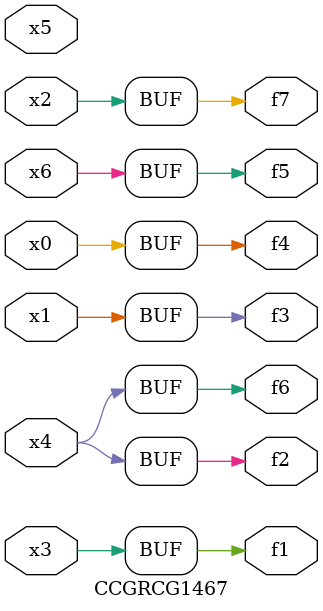
<source format=v>
module CCGRCG1467(
	input x0, x1, x2, x3, x4, x5, x6,
	output f1, f2, f3, f4, f5, f6, f7
);
	assign f1 = x3;
	assign f2 = x4;
	assign f3 = x1;
	assign f4 = x0;
	assign f5 = x6;
	assign f6 = x4;
	assign f7 = x2;
endmodule

</source>
